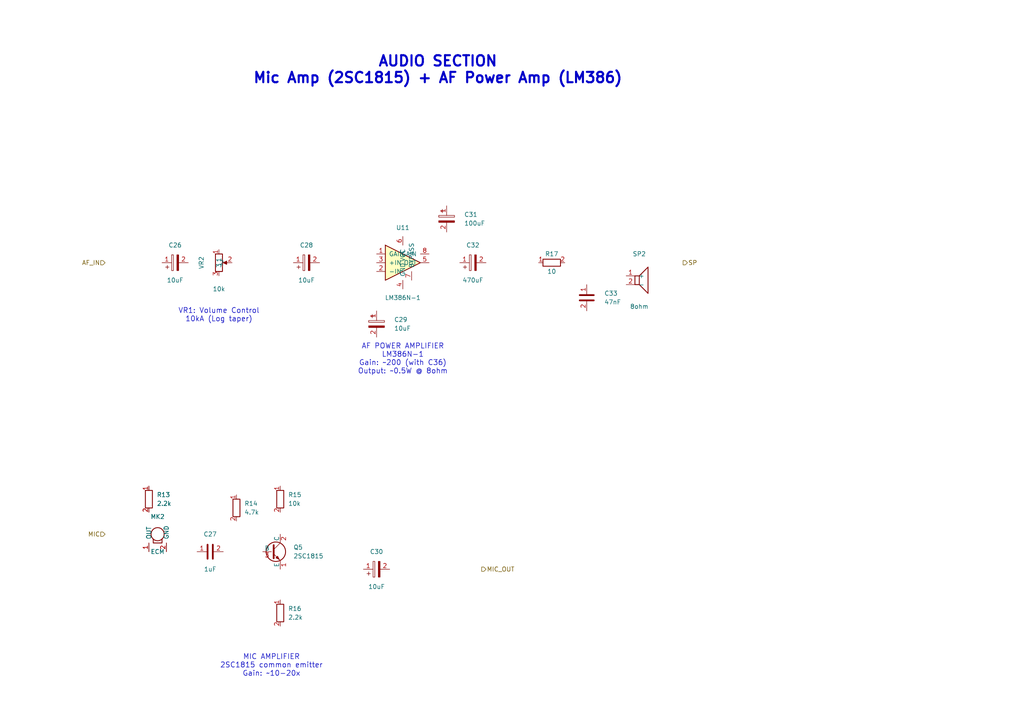
<source format=kicad_sch>
(kicad_sch (version 20250114) (generator "eeschema") (generator_version "9.0")
  (paper "A4")
  (title_block (title "Audio Section") (date "2024-12-24") (rev "1.0") (comment 1 "Mic Amp (2SC1815) + AF Power Amp (LM386)"))
  (lib_symbols
    (symbol "Amplifier:LM386" (pin_names (offset 1.016))
      (property "Reference" "U" (at 0 7.62 0))
      (property "Value" "LM386" (at 0 -7.62 0))
      (symbol "LM386_0_1"
        (polyline (pts (xy -5.08 5.08) (xy -5.08 -5.08) (xy 5.08 0) (xy -5.08 5.08)) (stroke (width 0.254)) (fill (type background)))
      )
      (symbol "LM386_1_1"
        (pin input line (at -7.62 2.54 0) (length 2.54) (name "GAIN") (number "1"))
        (pin input line (at -7.62 0 0) (length 2.54) (name "+IN") (number "3"))
        (pin input line (at -7.62 -2.54 0) (length 2.54) (name "-IN") (number "2"))
        (pin power_in line (at 0 7.62 270) (length 2.54) (name "VCC") (number "6"))
        (pin power_in line (at 0 -7.62 90) (length 2.54) (name "GND") (number "4"))
        (pin passive line (at 2.54 -5.08 90) (length 2.54) (name "BYPASS") (number "7"))
        (pin input line (at 7.62 2.54 180) (length 2.54) (name "GAIN") (number "8"))
        (pin output line (at 7.62 0 180) (length 2.54) (name "OUT") (number "5"))
      )
    )
    (symbol "Connector:AudioJack3" (pin_names (offset 1.016))
      (property "Reference" "J" (at 0 6.35 0))
      (property "Value" "AudioJack3" (at 0 -6.35 0))
      (symbol "AudioJack3_0_1"
        (rectangle (start -3.81 5.08) (end 3.81 -5.08) (stroke (width 0.254)) (fill (type background)))
      )
      (symbol "AudioJack3_1_1"
        (pin passive line (at 6.35 2.54 180) (length 2.54) (name "TIP") (number "1"))
        (pin passive line (at 6.35 0 180) (length 2.54) (name "RING") (number "2"))
        (pin passive line (at 6.35 -2.54 180) (length 2.54) (name "SLEEVE") (number "3"))
      )
    )
    (symbol "Device:C" (pin_names (offset 0.254))
      (property "Reference" "C" (at 0.635 2.54 0))
      (property "Value" "C" (at 0.635 -2.54 0))
      (symbol "C_0_1"
        (polyline (pts (xy -2.032 0.762) (xy 2.032 0.762)) (stroke (width 0.508)))
        (polyline (pts (xy -2.032 -0.762) (xy 2.032 -0.762)) (stroke (width 0.508)))
      )
      (symbol "C_1_1"
        (pin passive line (at 0 3.81 270) (length 2.794) (name "~") (number "1"))
        (pin passive line (at 0 -3.81 90) (length 2.794) (name "~") (number "2"))
      )
    )
    (symbol "Device:CP" (pin_names (offset 0.254))
      (property "Reference" "C" (at 0.635 2.54 0))
      (property "Value" "CP" (at 0.635 -2.54 0))
      (symbol "CP_0_1"
        (rectangle (start -2.286 0.508) (end 2.286 1.016))
        (rectangle (start -2.286 -1.016) (end 2.286 -0.508) (fill (type outline)))
        (polyline (pts (xy -1.778 2.286) (xy -0.762 2.286)))
        (polyline (pts (xy -1.27 2.794) (xy -1.27 1.778)))
      )
      (symbol "CP_1_1"
        (pin passive line (at 0 3.81 270) (length 2.794) (name "~") (number "1"))
        (pin passive line (at 0 -3.81 90) (length 2.794) (name "~") (number "2"))
      )
    )
    (symbol "Device:Microphone" (pin_names (offset 1.016))
      (property "Reference" "MK" (at 0 3.81 0))
      (property "Value" "ECM" (at 0 -3.81 0))
      (symbol "Microphone_0_1"
        (polyline (pts (xy -1.27 -1.397) (xy -1.27 -2.54) (xy 1.27 -2.54) (xy 1.27 -1.397)) (stroke (width 0.254)))
        (circle (center 0 0) (radius 1.905) (stroke (width 0.254)))
      )
      (symbol "Microphone_1_1"
        (pin passive line (at -2.54 -5.08 90) (length 2.54) (name "OUT") (number "1"))
        (pin passive line (at 2.54 -5.08 90) (length 2.54) (name "GND") (number "2"))
      )
    )
    (symbol "Device:R" (pin_names (offset 0))
      (property "Reference" "R" (at 2.032 0 90))
      (property "Value" "R" (at 0 0 90))
      (symbol "R_0_1"
        (rectangle (start -1.016 -2.54) (end 1.016 2.54) (stroke (width 0.254)))
      )
      (symbol "R_1_1"
        (pin passive line (at 0 3.81 270) (length 1.27) (name "~") (number "1"))
        (pin passive line (at 0 -3.81 90) (length 1.27) (name "~") (number "2"))
      )
    )
    (symbol "Device:R_POT" (pin_names (offset 1.016))
      (property "Reference" "VR" (at -4.445 0 90))
      (property "Value" "R_POT" (at -2.54 0 90))
      (symbol "R_POT_0_1"
        (rectangle (start 1.016 2.54) (end -1.016 -2.54) (stroke (width 0.254)))
        (polyline (pts (xy 1.143 0) (xy 2.286 0.508) (xy 2.286 -0.508) (xy 1.143 0)) (fill (type outline)))
        (polyline (pts (xy 2.54 0) (xy 1.524 0)))
      )
      (symbol "R_POT_1_1"
        (pin passive line (at 0 3.81 270) (length 1.27) (name "1") (number "1"))
        (pin passive line (at 0 -3.81 90) (length 1.27) (name "3") (number "3"))
        (pin passive line (at 3.81 0 180) (length 1.27) (name "2") (number "2"))
      )
    )
    (symbol "Device:Speaker" (pin_names (offset 1.016))
      (property "Reference" "SP" (at 0 5.08 0))
      (property "Value" "Speaker" (at 0 -5.08 0))
      (symbol "Speaker_0_1"
        (rectangle (start -1.27 1.27) (end 0 -1.27) (stroke (width 0.254)))
        (polyline (pts (xy 0 1.27) (xy 2.54 3.81) (xy 2.54 -3.81) (xy 0 -1.27)) (stroke (width 0.254)))
      )
      (symbol "Speaker_1_1"
        (pin passive line (at -3.81 1.27 0) (length 2.54) (name "+") (number "1"))
        (pin passive line (at -3.81 -1.27 0) (length 2.54) (name "-") (number "2"))
      )
    )
    (symbol "Transistor:2SC1815" (pin_names (offset 0))
      (property "Reference" "Q" (at 5.08 1.905 0))
      (property "Value" "2SC1815" (at 5.08 0 0))
      (symbol "2SC1815_0_1"
        (polyline (pts (xy 0.635 1.905) (xy 0.635 -1.905)) (stroke (width 0.508)))
        (polyline (pts (xy 0.635 0.635) (xy 2.54 2.54)))
        (polyline (pts (xy 0.635 -0.635) (xy 2.54 -2.54)))
        (circle (center 1.27 0) (radius 2.8194) (stroke (width 0.254)))
        (polyline (pts (xy 1.27 -1.778) (xy 1.778 -1.27) (xy 2.286 -2.286) (xy 1.27 -1.778)) (fill (type outline)))
      )
      (symbol "2SC1815_1_1"
        (pin input line (at -2.54 0 0) (length 2.54) (name "B") (number "3"))
        (pin passive line (at 2.54 5.08 270) (length 2.54) (name "C") (number "2"))
        (pin passive line (at 2.54 -5.08 90) (length 2.54) (name "E") (number "1"))
      )
    )
  )
  (text "VR1: Volume Control\n10kA (Log taper)" (at 63.5 91.44 0) (effects (font (size 1.5 1.5))))
  (text "MIC AMPLIFIER\n2SC1815 common emitter\nGain: ~10-20x" (at 78.74 193.04 0) (effects (font (size 1.5 1.5))))
  (text "AUDIO SECTION\nMic Amp (2SC1815) + AF Power Amp (LM386)" (at 127 20.32 0) (effects (font (size 3 3) (bold yes))))
  (text "AF POWER AMPLIFIER\nLM386N-1\nGain: ~200 (with C36)\nOutput: ~0.5W @ 8ohm" (at 116.84 104.14 0) (effects (font (size 1.5 1.5))))
  (hierarchical_label "MIC" (shape input) (at 30.48 154.94 180))
  (hierarchical_label "AF_IN" (shape input) (at 30.48 76.2 180))
  (hierarchical_label "SP" (shape output) (at 198.12 76.2 0))
  (hierarchical_label "MIC_OUT" (shape output) (at 139.7 165.1 0))
  (symbol (lib_id "Device:R") (at 68.58 147.32 0) (unit 1)
    (property "Reference" "R14" (at 70.866 146.05 0) (effects (justify left)))
    (property "Value" "4.7k" (at 70.866 148.59 0) (effects (justify left)))
    (property "Footprint" "Resistor_THT:R_Axial_DIN0207_L6.3mm_D2.5mm_P10.16mm_Horizontal" (effects (hide yes)))
  )
  (symbol (lib_id "Device:R") (at 81.28 144.78 0) (unit 1)
    (property "Reference" "R15" (at 83.566 143.51 0) (effects (justify left)))
    (property "Value" "10k" (at 83.566 146.05 0) (effects (justify left)))
    (property "Footprint" "Resistor_THT:R_Axial_DIN0207_L6.3mm_D2.5mm_P10.16mm_Horizontal" (effects (hide yes)))
  )
  (symbol (lib_id "Device:Microphone") (at 45.72 154.94 0) (unit 1)
    (property "Reference" "MK2" (at 45.72 149.86 0))
    (property "Value" "ECM" (at 45.72 160.02 0))
    (property "Footprint" "Connector_PinHeader_2.54mm:PinHeader_1x02_P2.54mm_Vertical" (effects (hide yes)))
  )
  (symbol (lib_id "Device:CP") (at 88.9 76.2 90) (unit 1)
    (property "Reference" "C28" (at 88.9 71.12 90))
    (property "Value" "10uF" (at 88.9 81.28 90))
    (property "Footprint" "Capacitor_THT:CP_Radial_D5.0mm_P2.50mm" (effects (hide yes)))
  )
  (symbol (lib_id "Transistor:2SC1815") (at 78.74 160.02 0) (unit 1)
    (property "Reference" "Q5" (at 85.09 158.75 0) (effects (justify left)))
    (property "Value" "2SC1815" (at 85.09 161.29 0) (effects (justify left)))
    (property "Footprint" "Package_TO_SOT_THT:TO-92_Inline" (effects (hide yes)))
  )
  (symbol (lib_id "Device:CP") (at 109.22 93.98 0) (unit 1)
    (property "Reference" "C29" (at 114.3 92.71 0) (effects (justify left)))
    (property "Value" "10uF" (at 114.3 95.25 0) (effects (justify left)))
    (property "Footprint" "Capacitor_THT:CP_Radial_D5.0mm_P2.50mm" (effects (hide yes)))
  )
  (symbol (lib_id "Device:CP") (at 109.22 165.1 90) (unit 1)
    (property "Reference" "C30" (at 109.22 160.02 90))
    (property "Value" "10uF" (at 109.22 170.18 90))
    (property "Footprint" "Capacitor_THT:CP_Radial_D5.0mm_P2.50mm" (effects (hide yes)))
  )
  (symbol (lib_id "Device:Speaker") (at 185.42 81.28 0) (unit 1)
    (property "Reference" "SP2" (at 185.42 73.66 0))
    (property "Value" "8ohm" (at 185.42 88.9 0))
    (property "Footprint" "Connector_PinHeader_2.54mm:PinHeader_1x02_P2.54mm_Vertical" (effects (hide yes)))
  )
  (symbol (lib_id "Device:R") (at 160.02 76.2 90) (unit 1)
    (property "Reference" "R17" (at 160.02 73.66 90))
    (property "Value" "10" (at 160.02 78.74 90))
    (property "Footprint" "Resistor_THT:R_Axial_DIN0207_L6.3mm_D2.5mm_P10.16mm_Horizontal" (effects (hide yes)))
  )
  (symbol (lib_id "Amplifier:LM386") (at 116.84 76.2 0) (unit 1)
    (property "Reference" "U11" (at 116.84 66.04 0))
    (property "Value" "LM386N-1" (at 116.84 86.36 0))
    (property "Footprint" "Package_DIP:DIP-8_W7.62mm" (effects (hide yes)))
  )
  (symbol (lib_id "Device:CP") (at 129.54 63.5 0) (unit 1)
    (property "Reference" "C31" (at 134.62 62.23 0) (effects (justify left)))
    (property "Value" "100uF" (at 134.62 64.77 0) (effects (justify left)))
    (property "Footprint" "Capacitor_THT:CP_Radial_D5.0mm_P2.50mm" (effects (hide yes)))
  )
  (symbol (lib_id "Device:C") (at 60.96 160.02 90) (unit 1)
    (property "Reference" "C27" (at 60.96 154.94 90))
    (property "Value" "1uF" (at 60.96 165.1 90))
    (property "Footprint" "Capacitor_THT:CP_Radial_D5.0mm_P2.50mm" (effects (hide yes)))
  )
  (symbol (lib_id "Device:CP") (at 50.8 76.2 90) (unit 1)
    (property "Reference" "C26" (at 50.8 71.12 90))
    (property "Value" "10uF" (at 50.8 81.28 90))
    (property "Footprint" "Capacitor_THT:CP_Radial_D5.0mm_P2.50mm" (effects (hide yes)))
  )
  (symbol (lib_id "Device:R_POT") (at 63.5 76.2 0) (unit 1)
    (property "Reference" "VR2" (at 58.42 76.2 90))
    (property "Value" "10k" (at 63.5 83.82 0))
    (property "Footprint" "Potentiometer_THT:Potentiometer_Alps_RK09K_Single_Vertical" (effects (hide yes)))
  )
  (symbol (lib_id "Device:R") (at 43.18 144.78 0) (unit 1)
    (property "Reference" "R13" (at 45.466 143.51 0) (effects (justify left)))
    (property "Value" "2.2k" (at 45.466 146.05 0) (effects (justify left)))
    (property "Footprint" "Resistor_THT:R_Axial_DIN0207_L6.3mm_D2.5mm_P10.16mm_Horizontal" (effects (hide yes)))
  )
  (symbol (lib_id "Device:CP") (at 137.16 76.2 90) (unit 1)
    (property "Reference" "C32" (at 137.16 71.12 90))
    (property "Value" "470uF" (at 137.16 81.28 90))
    (property "Footprint" "Capacitor_THT:CP_Radial_D8.0mm_P3.50mm" (effects (hide yes)))
  )
  (symbol (lib_id "Device:C") (at 170.18 86.36 0) (unit 1)
    (property "Reference" "C33" (at 175.26 85.09 0) (effects (justify left)))
    (property "Value" "47nF" (at 175.26 87.63 0) (effects (justify left)))
    (property "Footprint" "Capacitor_THT:C_Disc_D5.0mm_W2.5mm_P5.00mm" (effects (hide yes)))
  )
  (symbol (lib_id "Device:R") (at 81.28 177.8 0) (unit 1)
    (property "Reference" "R16" (at 83.566 176.53 0) (effects (justify left)))
    (property "Value" "2.2k" (at 83.566 179.07 0) (effects (justify left)))
    (property "Footprint" "Resistor_THT:R_Axial_DIN0207_L6.3mm_D2.5mm_P10.16mm_Horizontal" (effects (hide yes)))
  )
)
</source>
